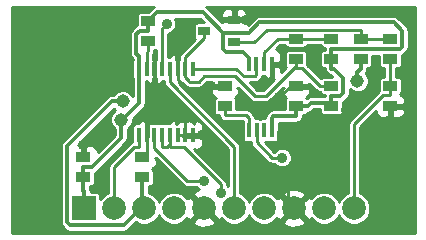
<source format=gtl>
%FSLAX34Y34*%
G04 Gerber Fmt 3.4, Leading zero omitted, Abs format*
G04 (created by PCBNEW (2014-02-02 BZR 4653)-product) date 2014-02-04 11:29:01 PM*
%MOIN*%
G01*
G70*
G90*
G04 APERTURE LIST*
%ADD10C,0.005906*%
%ADD11R,0.011800X0.051200*%
%ADD12R,0.015000X0.050000*%
%ADD13R,0.039400X0.027600*%
%ADD14R,0.045000X0.032000*%
%ADD15R,0.078700X0.078700*%
%ADD16C,0.078700*%
%ADD17C,0.045000*%
%ADD18C,0.035000*%
%ADD19C,0.014000*%
%ADD20C,0.010000*%
G04 APERTURE END LIST*
G54D10*
G54D11*
X47423Y-31419D03*
X47173Y-31419D03*
X46913Y-31419D03*
X46663Y-31419D03*
X46663Y-33619D03*
X46918Y-33619D03*
X47173Y-33619D03*
X47428Y-33619D03*
G54D12*
X43001Y-33779D03*
X43257Y-33779D03*
X43513Y-33779D03*
X43769Y-33779D03*
X44025Y-33779D03*
X44281Y-33779D03*
X44537Y-33779D03*
X44793Y-33779D03*
X44793Y-31575D03*
X44537Y-31575D03*
X44281Y-31575D03*
X44025Y-31575D03*
X43769Y-31575D03*
X43513Y-31575D03*
X43257Y-31575D03*
X43001Y-31575D03*
G54D13*
X45169Y-30314D03*
X46169Y-29939D03*
X46169Y-30689D03*
G54D14*
X50393Y-30570D03*
X50393Y-31240D03*
X48228Y-31240D03*
X48228Y-30570D03*
X49409Y-31240D03*
X49409Y-30570D03*
X45866Y-32815D03*
X45866Y-32145D03*
X48228Y-32815D03*
X48228Y-32145D03*
X51377Y-32145D03*
X51377Y-32815D03*
X51377Y-30570D03*
X51377Y-31240D03*
X49409Y-32145D03*
X49409Y-32815D03*
X43307Y-29979D03*
X43307Y-30649D03*
G54D15*
X41169Y-36220D03*
G54D16*
X42169Y-36220D03*
X43169Y-36220D03*
X44169Y-36220D03*
X45169Y-36220D03*
X46169Y-36220D03*
X47169Y-36220D03*
X48169Y-36220D03*
X49169Y-36220D03*
X50169Y-36220D03*
G54D14*
X41141Y-35177D03*
X41141Y-34507D03*
X43110Y-34507D03*
X43110Y-35177D03*
G54D17*
X42407Y-33263D03*
X50272Y-31975D03*
X42457Y-32657D03*
G54D18*
X39429Y-35452D03*
X47141Y-32086D03*
X47972Y-33759D03*
X49909Y-32952D03*
X47677Y-32519D03*
X47972Y-34980D03*
X44311Y-32874D03*
X45405Y-32145D03*
X51377Y-33275D03*
X41137Y-34102D03*
X45098Y-33791D03*
X46562Y-29937D03*
X43915Y-30071D03*
X47764Y-34528D03*
X45172Y-35312D03*
X45721Y-35694D03*
G54D19*
X46464Y-31023D02*
X45905Y-31023D01*
X45905Y-31023D02*
X45802Y-30920D01*
X45802Y-30920D02*
X45802Y-30368D01*
X46663Y-31419D02*
X46663Y-31222D01*
X46663Y-31222D02*
X46464Y-31023D01*
X47428Y-33619D02*
X47428Y-33193D01*
X47476Y-33145D02*
X47428Y-33193D01*
X48228Y-33145D02*
X47476Y-33145D01*
X48228Y-32815D02*
X48228Y-33145D01*
X49491Y-31570D02*
X49409Y-31570D01*
X49805Y-31884D02*
X49491Y-31570D01*
X49805Y-32377D02*
X49805Y-31884D01*
X49698Y-32485D02*
X49805Y-32377D01*
X49409Y-32485D02*
X49698Y-32485D01*
X49409Y-32815D02*
X49409Y-32693D01*
X49409Y-32693D02*
X49409Y-32485D01*
X48744Y-32693D02*
X48623Y-32815D01*
X49409Y-32693D02*
X48744Y-32693D01*
X48228Y-32815D02*
X48623Y-32815D01*
X41169Y-36220D02*
X41169Y-35656D01*
X41141Y-35629D02*
X41141Y-35177D01*
X41169Y-35656D02*
X41141Y-35629D01*
X41141Y-35177D02*
X41141Y-34847D01*
X42407Y-33870D02*
X42407Y-33263D01*
X41430Y-34847D02*
X42407Y-33870D01*
X41141Y-34847D02*
X41430Y-34847D01*
X43001Y-32708D02*
X43001Y-31575D01*
X42445Y-33263D02*
X43001Y-32708D01*
X42407Y-33263D02*
X42445Y-33263D01*
X42911Y-31065D02*
X43001Y-31155D01*
X42911Y-30416D02*
X42911Y-31065D01*
X43018Y-30310D02*
X42911Y-30416D01*
X43307Y-30310D02*
X43018Y-30310D01*
X43307Y-29979D02*
X43307Y-30310D01*
X43001Y-31575D02*
X43001Y-31155D01*
X49409Y-31240D02*
X49409Y-31570D01*
X49409Y-31240D02*
X49409Y-30910D01*
X51689Y-30910D02*
X49409Y-30910D01*
X51773Y-30827D02*
X51689Y-30910D01*
X51773Y-30312D02*
X51773Y-30827D01*
X51482Y-30022D02*
X51773Y-30312D01*
X47007Y-30022D02*
X51482Y-30022D01*
X46660Y-30368D02*
X47007Y-30022D01*
X45802Y-30368D02*
X46660Y-30368D01*
X43594Y-29692D02*
X43307Y-29979D01*
X45125Y-29692D02*
X43594Y-29692D01*
X45802Y-30368D02*
X45125Y-29692D01*
X50272Y-31691D02*
X50272Y-31975D01*
X50393Y-31570D02*
X50272Y-31691D01*
X50393Y-31240D02*
X50393Y-31570D01*
X42089Y-32657D02*
X42457Y-32657D01*
X40604Y-34142D02*
X42089Y-32657D01*
X40604Y-36691D02*
X40604Y-34142D01*
X40697Y-36784D02*
X40604Y-36691D01*
X42487Y-36784D02*
X40697Y-36784D01*
X43110Y-36161D02*
X42487Y-36784D01*
X43169Y-36220D02*
X43110Y-36161D01*
X43110Y-36161D02*
X43110Y-35177D01*
G54D20*
X42832Y-34179D02*
X43001Y-34179D01*
X42169Y-34842D02*
X42832Y-34179D01*
X42169Y-36220D02*
X42169Y-34842D01*
X43001Y-33779D02*
X43001Y-34179D01*
X51377Y-31240D02*
X51377Y-32145D01*
X51140Y-32455D02*
X51377Y-32455D01*
X50169Y-33426D02*
X51140Y-32455D01*
X50169Y-36220D02*
X50169Y-33426D01*
X51377Y-32145D02*
X51377Y-32455D01*
X43513Y-32076D02*
X44311Y-32874D01*
X43513Y-31575D02*
X43513Y-32076D01*
X43257Y-33429D02*
X43257Y-33779D01*
X43307Y-33379D02*
X43257Y-33429D01*
X43805Y-33379D02*
X43307Y-33379D01*
X44311Y-32874D02*
X43805Y-33379D01*
X49909Y-32952D02*
X49862Y-32952D01*
X48228Y-32145D02*
X48051Y-32145D01*
X48051Y-32145D02*
X47677Y-32519D01*
X47972Y-36023D02*
X48169Y-36220D01*
X47972Y-34980D02*
X47972Y-36023D01*
X45067Y-32204D02*
X45126Y-32145D01*
X44561Y-32204D02*
X45067Y-32204D01*
X44281Y-31925D02*
X44561Y-32204D01*
X44281Y-31575D02*
X44281Y-31925D01*
X45126Y-32145D02*
X45405Y-32145D01*
X44537Y-33100D02*
X44537Y-33779D01*
X44311Y-32874D02*
X44537Y-33100D01*
X47423Y-31804D02*
X47141Y-32086D01*
X47423Y-31419D02*
X47423Y-31804D01*
X45405Y-32145D02*
X45405Y-32145D01*
X45866Y-32145D02*
X45405Y-32145D01*
X51377Y-32815D02*
X51377Y-33275D01*
X41137Y-34243D02*
X41137Y-34102D01*
X41141Y-34247D02*
X41137Y-34243D01*
X41141Y-34507D02*
X41141Y-34247D01*
X43257Y-34360D02*
X43110Y-34507D01*
X43257Y-33779D02*
X43257Y-34360D01*
X45086Y-33779D02*
X45098Y-33791D01*
X44793Y-33779D02*
X45086Y-33779D01*
X46559Y-29939D02*
X46562Y-29937D01*
X46169Y-29939D02*
X46559Y-29939D01*
X44281Y-33779D02*
X44281Y-33779D01*
X44281Y-33779D02*
X44537Y-33779D01*
X44537Y-33779D02*
X44793Y-33779D01*
X44537Y-31225D02*
X44537Y-31575D01*
X44537Y-31184D02*
X44537Y-31225D01*
X45169Y-30552D02*
X44537Y-31184D01*
X45169Y-30314D02*
X45169Y-30552D01*
X44537Y-31858D02*
X44537Y-31575D01*
X44669Y-31990D02*
X44537Y-31858D01*
X44669Y-32004D02*
X44669Y-31990D01*
X46852Y-32476D02*
X46196Y-31820D01*
X47227Y-32476D02*
X46852Y-32476D01*
X46196Y-31820D02*
X45168Y-31820D01*
X48228Y-31475D02*
X47227Y-32476D01*
X45168Y-31820D02*
X44984Y-32004D01*
X44984Y-32004D02*
X44669Y-32004D01*
X48439Y-31550D02*
X48228Y-31550D01*
X49034Y-32145D02*
X48439Y-31550D01*
X49409Y-32145D02*
X49034Y-32145D01*
X48228Y-31240D02*
X48228Y-31395D01*
X48228Y-31475D02*
X48228Y-31550D01*
X48228Y-31395D02*
X48228Y-31475D01*
X46575Y-33125D02*
X46663Y-33213D01*
X45866Y-33125D02*
X46575Y-33125D01*
X45866Y-32815D02*
X45866Y-33125D01*
X46663Y-33619D02*
X46663Y-33213D01*
X49409Y-30570D02*
X48228Y-30570D01*
X47616Y-30570D02*
X47173Y-31013D01*
X48228Y-30570D02*
X47616Y-30570D01*
X47173Y-31419D02*
X47173Y-31013D01*
X43769Y-30216D02*
X43769Y-31575D01*
X43915Y-30071D02*
X43769Y-30216D01*
X43257Y-31009D02*
X43257Y-31575D01*
X43307Y-30960D02*
X43257Y-31009D01*
X43307Y-30649D02*
X43307Y-30960D01*
X47421Y-34528D02*
X46918Y-34025D01*
X47764Y-34528D02*
X47421Y-34528D01*
X46918Y-33619D02*
X46918Y-34025D01*
X44793Y-31575D02*
X46233Y-31575D01*
X46233Y-31575D02*
X46484Y-31825D01*
X46913Y-31775D02*
X46913Y-31419D01*
X46484Y-31825D02*
X46863Y-31825D01*
X46863Y-31825D02*
X46913Y-31775D01*
X43513Y-34215D02*
X43513Y-33779D01*
X44610Y-35312D02*
X43513Y-34215D01*
X45172Y-35312D02*
X44610Y-35312D01*
X51377Y-30570D02*
X50393Y-30570D01*
X46835Y-30689D02*
X46169Y-30689D01*
X47264Y-30260D02*
X46835Y-30689D01*
X50393Y-30260D02*
X47264Y-30260D01*
X50393Y-30570D02*
X50393Y-30260D01*
X44025Y-33779D02*
X44025Y-33979D01*
X43769Y-33779D02*
X43769Y-34179D01*
X44025Y-34079D02*
X44025Y-34179D01*
X44025Y-33979D02*
X44025Y-34079D01*
X43925Y-34179D02*
X43769Y-34179D01*
X44025Y-34079D02*
X43925Y-34179D01*
X44499Y-34179D02*
X44025Y-34179D01*
X45721Y-35401D02*
X44499Y-34179D01*
X45721Y-35694D02*
X45721Y-35401D01*
X44025Y-32019D02*
X44025Y-31575D01*
X46169Y-34163D02*
X44025Y-32019D01*
X46169Y-36220D02*
X46169Y-34163D01*
G54D10*
G36*
X42209Y-32939D02*
X42195Y-32945D01*
X42089Y-33051D01*
X42032Y-33188D01*
X42032Y-33338D01*
X42089Y-33475D01*
X42187Y-33574D01*
X42187Y-33779D01*
X41616Y-34350D01*
X41616Y-34297D01*
X41578Y-34205D01*
X41508Y-34135D01*
X41416Y-34097D01*
X41317Y-34097D01*
X41254Y-34097D01*
X41191Y-34160D01*
X41191Y-34457D01*
X41199Y-34457D01*
X41199Y-34557D01*
X41191Y-34557D01*
X41191Y-34565D01*
X41091Y-34565D01*
X41091Y-34557D01*
X41083Y-34557D01*
X41083Y-34457D01*
X41091Y-34457D01*
X41091Y-34160D01*
X41029Y-34097D01*
X40966Y-34097D01*
X40960Y-34097D01*
X42163Y-32894D01*
X42209Y-32939D01*
X42209Y-32939D01*
G37*
G54D20*
X42209Y-32939D02*
X42195Y-32945D01*
X42089Y-33051D01*
X42032Y-33188D01*
X42032Y-33338D01*
X42089Y-33475D01*
X42187Y-33574D01*
X42187Y-33779D01*
X41616Y-34350D01*
X41616Y-34297D01*
X41578Y-34205D01*
X41508Y-34135D01*
X41416Y-34097D01*
X41317Y-34097D01*
X41254Y-34097D01*
X41191Y-34160D01*
X41191Y-34457D01*
X41199Y-34457D01*
X41199Y-34557D01*
X41191Y-34557D01*
X41191Y-34565D01*
X41091Y-34565D01*
X41091Y-34557D01*
X41083Y-34557D01*
X41083Y-34457D01*
X41091Y-34457D01*
X41091Y-34160D01*
X41029Y-34097D01*
X40966Y-34097D01*
X40960Y-34097D01*
X42163Y-32894D01*
X42209Y-32939D01*
G54D10*
G36*
X43168Y-34557D02*
X43160Y-34557D01*
X43160Y-34565D01*
X43060Y-34565D01*
X43060Y-34557D01*
X43052Y-34557D01*
X43052Y-34457D01*
X43060Y-34457D01*
X43060Y-34449D01*
X43160Y-34449D01*
X43160Y-34457D01*
X43168Y-34457D01*
X43168Y-34557D01*
X43168Y-34557D01*
G37*
G54D20*
X43168Y-34557D02*
X43160Y-34557D01*
X43160Y-34565D01*
X43060Y-34565D01*
X43060Y-34557D01*
X43052Y-34557D01*
X43052Y-34457D01*
X43060Y-34457D01*
X43060Y-34449D01*
X43160Y-34449D01*
X43160Y-34457D01*
X43168Y-34457D01*
X43168Y-34557D01*
G54D10*
G36*
X45149Y-30026D02*
X44942Y-30026D01*
X44887Y-30049D01*
X44845Y-30091D01*
X44822Y-30147D01*
X44822Y-30206D01*
X44822Y-30482D01*
X44845Y-30537D01*
X44873Y-30566D01*
X44396Y-31043D01*
X44361Y-31095D01*
X44319Y-31137D01*
X44319Y-31279D01*
X44312Y-31295D01*
X44312Y-31355D01*
X44312Y-31633D01*
X44250Y-31633D01*
X44250Y-31295D01*
X44244Y-31279D01*
X44244Y-31137D01*
X44181Y-31075D01*
X44156Y-31075D01*
X44065Y-31113D01*
X44003Y-31175D01*
X43969Y-31175D01*
X43969Y-30396D01*
X43979Y-30396D01*
X44099Y-30346D01*
X44190Y-30255D01*
X44240Y-30136D01*
X44240Y-30006D01*
X44201Y-29912D01*
X45034Y-29912D01*
X45149Y-30026D01*
X45149Y-30026D01*
G37*
G54D20*
X45149Y-30026D02*
X44942Y-30026D01*
X44887Y-30049D01*
X44845Y-30091D01*
X44822Y-30147D01*
X44822Y-30206D01*
X44822Y-30482D01*
X44845Y-30537D01*
X44873Y-30566D01*
X44396Y-31043D01*
X44361Y-31095D01*
X44319Y-31137D01*
X44319Y-31279D01*
X44312Y-31295D01*
X44312Y-31355D01*
X44312Y-31633D01*
X44250Y-31633D01*
X44250Y-31295D01*
X44244Y-31279D01*
X44244Y-31137D01*
X44181Y-31075D01*
X44156Y-31075D01*
X44065Y-31113D01*
X44003Y-31175D01*
X43969Y-31175D01*
X43969Y-30396D01*
X43979Y-30396D01*
X44099Y-30346D01*
X44190Y-30255D01*
X44240Y-30136D01*
X44240Y-30006D01*
X44201Y-29912D01*
X45034Y-29912D01*
X45149Y-30026D01*
G54D10*
G36*
X45969Y-35482D02*
X45921Y-35434D01*
X45921Y-35401D01*
X45906Y-35325D01*
X45863Y-35260D01*
X44843Y-34240D01*
X44843Y-34229D01*
X44893Y-34279D01*
X44918Y-34279D01*
X45010Y-34241D01*
X45080Y-34170D01*
X45118Y-34078D01*
X45118Y-33979D01*
X45118Y-33891D01*
X45056Y-33829D01*
X44831Y-33829D01*
X44831Y-33837D01*
X44808Y-33837D01*
X44800Y-33829D01*
X44756Y-33829D01*
X44575Y-33829D01*
X44544Y-33829D01*
X44531Y-33829D01*
X44500Y-33829D01*
X44479Y-33829D01*
X44479Y-33729D01*
X44500Y-33729D01*
X44531Y-33729D01*
X44544Y-33729D01*
X44575Y-33729D01*
X44756Y-33729D01*
X44800Y-33729D01*
X44831Y-33698D01*
X44831Y-33729D01*
X45056Y-33729D01*
X45118Y-33666D01*
X45118Y-33578D01*
X45118Y-33479D01*
X45080Y-33387D01*
X45010Y-33317D01*
X44918Y-33279D01*
X44893Y-33279D01*
X44831Y-33341D01*
X44831Y-33403D01*
X44824Y-33387D01*
X44754Y-33317D01*
X44715Y-33301D01*
X44693Y-33279D01*
X44668Y-33279D01*
X44665Y-33280D01*
X44662Y-33279D01*
X44637Y-33279D01*
X44615Y-33301D01*
X44577Y-33317D01*
X44537Y-33356D01*
X44498Y-33317D01*
X44459Y-33301D01*
X44437Y-33279D01*
X44412Y-33279D01*
X44409Y-33280D01*
X44406Y-33279D01*
X44381Y-33279D01*
X44359Y-33301D01*
X44321Y-33317D01*
X44250Y-33387D01*
X44244Y-33403D01*
X44244Y-33341D01*
X44181Y-33279D01*
X44156Y-33279D01*
X44065Y-33317D01*
X44003Y-33379D01*
X43920Y-33379D01*
X43897Y-33388D01*
X43874Y-33379D01*
X43814Y-33379D01*
X43664Y-33379D01*
X43641Y-33388D01*
X43618Y-33379D01*
X43558Y-33379D01*
X43536Y-33379D01*
X43474Y-33317D01*
X43382Y-33279D01*
X43357Y-33279D01*
X43295Y-33341D01*
X43295Y-33483D01*
X43288Y-33499D01*
X43288Y-33559D01*
X43288Y-33837D01*
X43226Y-33837D01*
X43226Y-33499D01*
X43220Y-33483D01*
X43220Y-33341D01*
X43157Y-33279D01*
X43132Y-33279D01*
X43041Y-33317D01*
X42979Y-33379D01*
X42896Y-33379D01*
X42841Y-33402D01*
X42799Y-33444D01*
X42776Y-33499D01*
X42776Y-33559D01*
X42776Y-33990D01*
X42756Y-33994D01*
X42691Y-34037D01*
X42027Y-34701D01*
X41984Y-34766D01*
X41969Y-34842D01*
X41969Y-35715D01*
X41861Y-35759D01*
X41712Y-35908D01*
X41712Y-35797D01*
X41689Y-35742D01*
X41647Y-35699D01*
X41592Y-35676D01*
X41532Y-35676D01*
X41389Y-35676D01*
X41389Y-35656D01*
X41372Y-35572D01*
X41372Y-35572D01*
X41361Y-35556D01*
X41361Y-35556D01*
X41361Y-35487D01*
X41396Y-35487D01*
X41451Y-35464D01*
X41493Y-35422D01*
X41516Y-35367D01*
X41516Y-35307D01*
X41516Y-35049D01*
X41516Y-35049D01*
X41586Y-35002D01*
X42563Y-34026D01*
X42563Y-34026D01*
X42610Y-33954D01*
X42610Y-33954D01*
X42627Y-33870D01*
X42627Y-33573D01*
X42725Y-33476D01*
X42782Y-33338D01*
X42782Y-33238D01*
X43157Y-32863D01*
X43157Y-32863D01*
X43204Y-32792D01*
X43221Y-32708D01*
X43221Y-32708D01*
X43221Y-31975D01*
X43235Y-31975D01*
X43297Y-32037D01*
X43388Y-32075D01*
X43413Y-32075D01*
X43476Y-32012D01*
X43476Y-31870D01*
X43482Y-31855D01*
X43482Y-31795D01*
X43482Y-31295D01*
X43476Y-31279D01*
X43476Y-31137D01*
X43457Y-31119D01*
X43457Y-31087D01*
X43457Y-31087D01*
X43491Y-31036D01*
X43491Y-31036D01*
X43494Y-31023D01*
X43507Y-30960D01*
X43507Y-30960D01*
X43507Y-30959D01*
X43561Y-30959D01*
X43569Y-30956D01*
X43569Y-31119D01*
X43551Y-31137D01*
X43551Y-31279D01*
X43544Y-31295D01*
X43544Y-31355D01*
X43544Y-31855D01*
X43551Y-31870D01*
X43551Y-32012D01*
X43613Y-32075D01*
X43638Y-32075D01*
X43730Y-32037D01*
X43792Y-31975D01*
X43825Y-31975D01*
X43825Y-32019D01*
X43840Y-32096D01*
X43884Y-32161D01*
X45969Y-34246D01*
X45969Y-35482D01*
X45969Y-35482D01*
G37*
G54D20*
X45969Y-35482D02*
X45921Y-35434D01*
X45921Y-35401D01*
X45906Y-35325D01*
X45863Y-35260D01*
X44843Y-34240D01*
X44843Y-34229D01*
X44893Y-34279D01*
X44918Y-34279D01*
X45010Y-34241D01*
X45080Y-34170D01*
X45118Y-34078D01*
X45118Y-33979D01*
X45118Y-33891D01*
X45056Y-33829D01*
X44831Y-33829D01*
X44831Y-33837D01*
X44808Y-33837D01*
X44800Y-33829D01*
X44756Y-33829D01*
X44575Y-33829D01*
X44544Y-33829D01*
X44531Y-33829D01*
X44500Y-33829D01*
X44479Y-33829D01*
X44479Y-33729D01*
X44500Y-33729D01*
X44531Y-33729D01*
X44544Y-33729D01*
X44575Y-33729D01*
X44756Y-33729D01*
X44800Y-33729D01*
X44831Y-33698D01*
X44831Y-33729D01*
X45056Y-33729D01*
X45118Y-33666D01*
X45118Y-33578D01*
X45118Y-33479D01*
X45080Y-33387D01*
X45010Y-33317D01*
X44918Y-33279D01*
X44893Y-33279D01*
X44831Y-33341D01*
X44831Y-33403D01*
X44824Y-33387D01*
X44754Y-33317D01*
X44715Y-33301D01*
X44693Y-33279D01*
X44668Y-33279D01*
X44665Y-33280D01*
X44662Y-33279D01*
X44637Y-33279D01*
X44615Y-33301D01*
X44577Y-33317D01*
X44537Y-33356D01*
X44498Y-33317D01*
X44459Y-33301D01*
X44437Y-33279D01*
X44412Y-33279D01*
X44409Y-33280D01*
X44406Y-33279D01*
X44381Y-33279D01*
X44359Y-33301D01*
X44321Y-33317D01*
X44250Y-33387D01*
X44244Y-33403D01*
X44244Y-33341D01*
X44181Y-33279D01*
X44156Y-33279D01*
X44065Y-33317D01*
X44003Y-33379D01*
X43920Y-33379D01*
X43897Y-33388D01*
X43874Y-33379D01*
X43814Y-33379D01*
X43664Y-33379D01*
X43641Y-33388D01*
X43618Y-33379D01*
X43558Y-33379D01*
X43536Y-33379D01*
X43474Y-33317D01*
X43382Y-33279D01*
X43357Y-33279D01*
X43295Y-33341D01*
X43295Y-33483D01*
X43288Y-33499D01*
X43288Y-33559D01*
X43288Y-33837D01*
X43226Y-33837D01*
X43226Y-33499D01*
X43220Y-33483D01*
X43220Y-33341D01*
X43157Y-33279D01*
X43132Y-33279D01*
X43041Y-33317D01*
X42979Y-33379D01*
X42896Y-33379D01*
X42841Y-33402D01*
X42799Y-33444D01*
X42776Y-33499D01*
X42776Y-33559D01*
X42776Y-33990D01*
X42756Y-33994D01*
X42691Y-34037D01*
X42027Y-34701D01*
X41984Y-34766D01*
X41969Y-34842D01*
X41969Y-35715D01*
X41861Y-35759D01*
X41712Y-35908D01*
X41712Y-35797D01*
X41689Y-35742D01*
X41647Y-35699D01*
X41592Y-35676D01*
X41532Y-35676D01*
X41389Y-35676D01*
X41389Y-35656D01*
X41372Y-35572D01*
X41372Y-35572D01*
X41361Y-35556D01*
X41361Y-35556D01*
X41361Y-35487D01*
X41396Y-35487D01*
X41451Y-35464D01*
X41493Y-35422D01*
X41516Y-35367D01*
X41516Y-35307D01*
X41516Y-35049D01*
X41516Y-35049D01*
X41586Y-35002D01*
X42563Y-34026D01*
X42563Y-34026D01*
X42610Y-33954D01*
X42610Y-33954D01*
X42627Y-33870D01*
X42627Y-33573D01*
X42725Y-33476D01*
X42782Y-33338D01*
X42782Y-33238D01*
X43157Y-32863D01*
X43157Y-32863D01*
X43204Y-32792D01*
X43221Y-32708D01*
X43221Y-32708D01*
X43221Y-31975D01*
X43235Y-31975D01*
X43297Y-32037D01*
X43388Y-32075D01*
X43413Y-32075D01*
X43476Y-32012D01*
X43476Y-31870D01*
X43482Y-31855D01*
X43482Y-31795D01*
X43482Y-31295D01*
X43476Y-31279D01*
X43476Y-31137D01*
X43457Y-31119D01*
X43457Y-31087D01*
X43457Y-31087D01*
X43491Y-31036D01*
X43491Y-31036D01*
X43494Y-31023D01*
X43507Y-30960D01*
X43507Y-30960D01*
X43507Y-30959D01*
X43561Y-30959D01*
X43569Y-30956D01*
X43569Y-31119D01*
X43551Y-31137D01*
X43551Y-31279D01*
X43544Y-31295D01*
X43544Y-31355D01*
X43544Y-31855D01*
X43551Y-31870D01*
X43551Y-32012D01*
X43613Y-32075D01*
X43638Y-32075D01*
X43730Y-32037D01*
X43792Y-31975D01*
X43825Y-31975D01*
X43825Y-32019D01*
X43840Y-32096D01*
X43884Y-32161D01*
X45969Y-34246D01*
X45969Y-35482D01*
G54D10*
G36*
X47909Y-32537D02*
X47876Y-32570D01*
X47853Y-32625D01*
X47853Y-32685D01*
X47853Y-32925D01*
X47476Y-32925D01*
X47392Y-32942D01*
X47320Y-32989D01*
X47272Y-33038D01*
X47225Y-33109D01*
X47208Y-33193D01*
X47208Y-33213D01*
X47202Y-33213D01*
X47084Y-33213D01*
X47045Y-33229D01*
X47007Y-33213D01*
X46947Y-33213D01*
X46863Y-33213D01*
X46863Y-33213D01*
X46850Y-33149D01*
X46848Y-33137D01*
X46848Y-33137D01*
X46804Y-33072D01*
X46804Y-33072D01*
X46716Y-32984D01*
X46651Y-32940D01*
X46575Y-32925D01*
X46241Y-32925D01*
X46241Y-32625D01*
X46218Y-32570D01*
X46184Y-32537D01*
X46232Y-32517D01*
X46303Y-32446D01*
X46341Y-32355D01*
X46341Y-32257D01*
X46278Y-32195D01*
X46288Y-32195D01*
X46710Y-32617D01*
X46775Y-32661D01*
X46852Y-32676D01*
X47227Y-32676D01*
X47304Y-32661D01*
X47368Y-32617D01*
X47791Y-32195D01*
X47815Y-32195D01*
X47753Y-32257D01*
X47753Y-32355D01*
X47791Y-32446D01*
X47861Y-32517D01*
X47909Y-32537D01*
X47909Y-32537D01*
G37*
G54D20*
X47909Y-32537D02*
X47876Y-32570D01*
X47853Y-32625D01*
X47853Y-32685D01*
X47853Y-32925D01*
X47476Y-32925D01*
X47392Y-32942D01*
X47320Y-32989D01*
X47272Y-33038D01*
X47225Y-33109D01*
X47208Y-33193D01*
X47208Y-33213D01*
X47202Y-33213D01*
X47084Y-33213D01*
X47045Y-33229D01*
X47007Y-33213D01*
X46947Y-33213D01*
X46863Y-33213D01*
X46863Y-33213D01*
X46850Y-33149D01*
X46848Y-33137D01*
X46848Y-33137D01*
X46804Y-33072D01*
X46804Y-33072D01*
X46716Y-32984D01*
X46651Y-32940D01*
X46575Y-32925D01*
X46241Y-32925D01*
X46241Y-32625D01*
X46218Y-32570D01*
X46184Y-32537D01*
X46232Y-32517D01*
X46303Y-32446D01*
X46341Y-32355D01*
X46341Y-32257D01*
X46278Y-32195D01*
X46288Y-32195D01*
X46710Y-32617D01*
X46775Y-32661D01*
X46852Y-32676D01*
X47227Y-32676D01*
X47304Y-32661D01*
X47368Y-32617D01*
X47791Y-32195D01*
X47815Y-32195D01*
X47753Y-32257D01*
X47753Y-32355D01*
X47791Y-32446D01*
X47861Y-32517D01*
X47909Y-32537D01*
G54D10*
G36*
X49195Y-32455D02*
X49191Y-32473D01*
X48744Y-32473D01*
X48660Y-32490D01*
X48589Y-32538D01*
X48568Y-32558D01*
X48547Y-32537D01*
X48594Y-32517D01*
X48665Y-32446D01*
X48703Y-32355D01*
X48703Y-32257D01*
X48640Y-32195D01*
X48278Y-32195D01*
X48278Y-32203D01*
X48178Y-32203D01*
X48178Y-32195D01*
X48170Y-32195D01*
X48170Y-32095D01*
X48178Y-32095D01*
X48178Y-32087D01*
X48278Y-32087D01*
X48278Y-32095D01*
X48640Y-32095D01*
X48671Y-32064D01*
X48892Y-32286D01*
X48957Y-32330D01*
X49034Y-32345D01*
X49038Y-32345D01*
X49057Y-32390D01*
X49099Y-32432D01*
X49154Y-32455D01*
X49195Y-32455D01*
X49195Y-32455D01*
G37*
G54D20*
X49195Y-32455D02*
X49191Y-32473D01*
X48744Y-32473D01*
X48660Y-32490D01*
X48589Y-32538D01*
X48568Y-32558D01*
X48547Y-32537D01*
X48594Y-32517D01*
X48665Y-32446D01*
X48703Y-32355D01*
X48703Y-32257D01*
X48640Y-32195D01*
X48278Y-32195D01*
X48278Y-32203D01*
X48178Y-32203D01*
X48178Y-32195D01*
X48170Y-32195D01*
X48170Y-32095D01*
X48178Y-32095D01*
X48178Y-32087D01*
X48278Y-32087D01*
X48278Y-32095D01*
X48640Y-32095D01*
X48671Y-32064D01*
X48892Y-32286D01*
X48957Y-32330D01*
X49034Y-32345D01*
X49038Y-32345D01*
X49057Y-32390D01*
X49099Y-32432D01*
X49154Y-32455D01*
X49195Y-32455D01*
G54D10*
G36*
X49445Y-31835D02*
X49154Y-31835D01*
X49099Y-31858D01*
X49064Y-31892D01*
X48603Y-31431D01*
X48603Y-31430D01*
X48603Y-31370D01*
X48603Y-31050D01*
X48580Y-30995D01*
X48538Y-30953D01*
X48483Y-30930D01*
X48423Y-30930D01*
X47973Y-30930D01*
X47918Y-30953D01*
X47876Y-30995D01*
X47853Y-31050D01*
X47853Y-31110D01*
X47853Y-31430D01*
X47876Y-31485D01*
X47905Y-31515D01*
X47732Y-31688D01*
X47732Y-31625D01*
X47732Y-31532D01*
X47669Y-31469D01*
X47452Y-31469D01*
X47452Y-31863D01*
X47505Y-31915D01*
X47144Y-32276D01*
X46935Y-32276D01*
X46684Y-32025D01*
X46863Y-32025D01*
X46939Y-32010D01*
X47004Y-31967D01*
X47054Y-31917D01*
X47098Y-31852D01*
X47103Y-31825D01*
X47144Y-31825D01*
X47160Y-31825D01*
X47222Y-31887D01*
X47314Y-31925D01*
X47331Y-31925D01*
X47393Y-31863D01*
X47393Y-31469D01*
X47382Y-31469D01*
X47382Y-31369D01*
X47393Y-31369D01*
X47393Y-31361D01*
X47452Y-31361D01*
X47452Y-31369D01*
X47669Y-31369D01*
X47732Y-31307D01*
X47732Y-31213D01*
X47732Y-31113D01*
X47694Y-31022D01*
X47623Y-30951D01*
X47549Y-30920D01*
X47699Y-30770D01*
X47857Y-30770D01*
X47876Y-30815D01*
X47918Y-30857D01*
X47973Y-30880D01*
X48033Y-30880D01*
X48483Y-30880D01*
X48538Y-30857D01*
X48580Y-30815D01*
X48599Y-30770D01*
X49038Y-30770D01*
X49057Y-30815D01*
X49099Y-30857D01*
X49154Y-30880D01*
X49195Y-30880D01*
X49189Y-30910D01*
X49189Y-30930D01*
X49154Y-30930D01*
X49099Y-30953D01*
X49057Y-30995D01*
X49034Y-31050D01*
X49034Y-31110D01*
X49034Y-31430D01*
X49057Y-31485D01*
X49099Y-31527D01*
X49154Y-31550D01*
X49189Y-31550D01*
X49189Y-31570D01*
X49206Y-31654D01*
X49253Y-31726D01*
X49325Y-31773D01*
X49398Y-31788D01*
X49445Y-31835D01*
X49445Y-31835D01*
G37*
G54D20*
X49445Y-31835D02*
X49154Y-31835D01*
X49099Y-31858D01*
X49064Y-31892D01*
X48603Y-31431D01*
X48603Y-31430D01*
X48603Y-31370D01*
X48603Y-31050D01*
X48580Y-30995D01*
X48538Y-30953D01*
X48483Y-30930D01*
X48423Y-30930D01*
X47973Y-30930D01*
X47918Y-30953D01*
X47876Y-30995D01*
X47853Y-31050D01*
X47853Y-31110D01*
X47853Y-31430D01*
X47876Y-31485D01*
X47905Y-31515D01*
X47732Y-31688D01*
X47732Y-31625D01*
X47732Y-31532D01*
X47669Y-31469D01*
X47452Y-31469D01*
X47452Y-31863D01*
X47505Y-31915D01*
X47144Y-32276D01*
X46935Y-32276D01*
X46684Y-32025D01*
X46863Y-32025D01*
X46939Y-32010D01*
X47004Y-31967D01*
X47054Y-31917D01*
X47098Y-31852D01*
X47103Y-31825D01*
X47144Y-31825D01*
X47160Y-31825D01*
X47222Y-31887D01*
X47314Y-31925D01*
X47331Y-31925D01*
X47393Y-31863D01*
X47393Y-31469D01*
X47382Y-31469D01*
X47382Y-31369D01*
X47393Y-31369D01*
X47393Y-31361D01*
X47452Y-31361D01*
X47452Y-31369D01*
X47669Y-31369D01*
X47732Y-31307D01*
X47732Y-31213D01*
X47732Y-31113D01*
X47694Y-31022D01*
X47623Y-30951D01*
X47549Y-30920D01*
X47699Y-30770D01*
X47857Y-30770D01*
X47876Y-30815D01*
X47918Y-30857D01*
X47973Y-30880D01*
X48033Y-30880D01*
X48483Y-30880D01*
X48538Y-30857D01*
X48580Y-30815D01*
X48599Y-30770D01*
X49038Y-30770D01*
X49057Y-30815D01*
X49099Y-30857D01*
X49154Y-30880D01*
X49195Y-30880D01*
X49189Y-30910D01*
X49189Y-30930D01*
X49154Y-30930D01*
X49099Y-30953D01*
X49057Y-30995D01*
X49034Y-31050D01*
X49034Y-31110D01*
X49034Y-31430D01*
X49057Y-31485D01*
X49099Y-31527D01*
X49154Y-31550D01*
X49189Y-31550D01*
X49189Y-31570D01*
X49206Y-31654D01*
X49253Y-31726D01*
X49325Y-31773D01*
X49398Y-31788D01*
X49445Y-31835D01*
G54D10*
G36*
X52192Y-37035D02*
X51852Y-37035D01*
X51852Y-33025D01*
X51852Y-32927D01*
X51790Y-32865D01*
X51427Y-32865D01*
X51427Y-33162D01*
X51490Y-33225D01*
X51553Y-33225D01*
X51652Y-33225D01*
X51744Y-33187D01*
X51814Y-33116D01*
X51852Y-33025D01*
X51852Y-37035D01*
X48552Y-37035D01*
X48552Y-36674D01*
X48169Y-36291D01*
X47786Y-36674D01*
X47825Y-36779D01*
X48065Y-36868D01*
X48321Y-36858D01*
X48513Y-36779D01*
X48552Y-36674D01*
X48552Y-37035D01*
X45552Y-37035D01*
X45552Y-36674D01*
X45169Y-36291D01*
X44786Y-36674D01*
X44825Y-36779D01*
X45065Y-36868D01*
X45321Y-36858D01*
X45513Y-36779D01*
X45552Y-36674D01*
X45552Y-37035D01*
X38752Y-37035D01*
X38752Y-29500D01*
X43493Y-29500D01*
X43438Y-29536D01*
X43305Y-29669D01*
X43052Y-29669D01*
X42997Y-29692D01*
X42954Y-29734D01*
X42932Y-29790D01*
X42932Y-29849D01*
X42932Y-30108D01*
X42862Y-30154D01*
X42756Y-30260D01*
X42708Y-30332D01*
X42691Y-30416D01*
X42691Y-31065D01*
X42708Y-31149D01*
X42756Y-31220D01*
X42781Y-31246D01*
X42781Y-31283D01*
X42776Y-31295D01*
X42776Y-31355D01*
X42776Y-31855D01*
X42781Y-31867D01*
X42781Y-32460D01*
X42775Y-32445D01*
X42669Y-32339D01*
X42531Y-32282D01*
X42382Y-32282D01*
X42244Y-32339D01*
X42146Y-32437D01*
X42089Y-32437D01*
X42005Y-32453D01*
X41934Y-32501D01*
X40448Y-33987D01*
X40400Y-34058D01*
X40384Y-34142D01*
X40384Y-36691D01*
X40400Y-36775D01*
X40448Y-36846D01*
X40541Y-36939D01*
X40612Y-36987D01*
X40612Y-36987D01*
X40697Y-37004D01*
X42487Y-37004D01*
X42571Y-36987D01*
X42571Y-36987D01*
X42643Y-36939D01*
X42889Y-36692D01*
X43060Y-36763D01*
X43276Y-36764D01*
X43476Y-36681D01*
X43629Y-36528D01*
X43669Y-36433D01*
X43708Y-36527D01*
X43861Y-36680D01*
X44060Y-36763D01*
X44276Y-36764D01*
X44476Y-36681D01*
X44605Y-36552D01*
X44610Y-36564D01*
X44715Y-36603D01*
X45098Y-36220D01*
X44715Y-35837D01*
X44610Y-35876D01*
X44606Y-35888D01*
X44477Y-35759D01*
X44277Y-35677D01*
X44061Y-35676D01*
X43861Y-35759D01*
X43708Y-35912D01*
X43669Y-36007D01*
X43630Y-35913D01*
X43477Y-35759D01*
X43330Y-35698D01*
X43330Y-35487D01*
X43365Y-35487D01*
X43420Y-35464D01*
X43462Y-35422D01*
X43485Y-35367D01*
X43485Y-35307D01*
X43485Y-34987D01*
X43462Y-34932D01*
X43429Y-34899D01*
X43476Y-34879D01*
X43547Y-34809D01*
X43585Y-34717D01*
X43585Y-34620D01*
X43522Y-34557D01*
X43572Y-34557D01*
X44468Y-35453D01*
X44533Y-35496D01*
X44533Y-35496D01*
X44546Y-35499D01*
X44610Y-35512D01*
X44912Y-35512D01*
X44987Y-35587D01*
X44996Y-35590D01*
X44825Y-35661D01*
X44786Y-35766D01*
X45169Y-36149D01*
X45174Y-36144D01*
X45245Y-36214D01*
X45240Y-36220D01*
X45622Y-36603D01*
X45727Y-36564D01*
X45732Y-36552D01*
X45861Y-36680D01*
X46060Y-36763D01*
X46276Y-36764D01*
X46476Y-36681D01*
X46629Y-36528D01*
X46669Y-36433D01*
X46708Y-36527D01*
X46861Y-36680D01*
X47060Y-36763D01*
X47276Y-36764D01*
X47476Y-36681D01*
X47605Y-36552D01*
X47610Y-36564D01*
X47715Y-36603D01*
X48098Y-36220D01*
X47715Y-35837D01*
X47610Y-35876D01*
X47606Y-35888D01*
X47477Y-35759D01*
X47277Y-35677D01*
X47061Y-35676D01*
X46861Y-35759D01*
X46708Y-35912D01*
X46669Y-36007D01*
X46630Y-35913D01*
X46477Y-35759D01*
X46369Y-35715D01*
X46369Y-34163D01*
X46356Y-34099D01*
X46354Y-34086D01*
X46354Y-34086D01*
X46310Y-34021D01*
X46310Y-34021D01*
X44331Y-32042D01*
X44331Y-32025D01*
X44381Y-32075D01*
X44406Y-32075D01*
X44452Y-32056D01*
X44499Y-32103D01*
X44528Y-32146D01*
X44592Y-32189D01*
X44669Y-32204D01*
X44984Y-32204D01*
X45060Y-32189D01*
X45125Y-32146D01*
X45251Y-32020D01*
X45391Y-32020D01*
X45391Y-32032D01*
X45453Y-32095D01*
X45816Y-32095D01*
X45816Y-32087D01*
X45916Y-32087D01*
X45916Y-32095D01*
X45924Y-32095D01*
X45924Y-32195D01*
X45916Y-32195D01*
X45916Y-32203D01*
X45816Y-32203D01*
X45816Y-32195D01*
X45453Y-32195D01*
X45391Y-32257D01*
X45391Y-32355D01*
X45429Y-32446D01*
X45499Y-32517D01*
X45547Y-32537D01*
X45513Y-32570D01*
X45491Y-32625D01*
X45491Y-32685D01*
X45491Y-33005D01*
X45513Y-33060D01*
X45556Y-33102D01*
X45611Y-33125D01*
X45666Y-33125D01*
X45666Y-33125D01*
X45681Y-33201D01*
X45724Y-33266D01*
X45789Y-33310D01*
X45866Y-33325D01*
X46457Y-33325D01*
X46454Y-33333D01*
X46454Y-33393D01*
X46454Y-33905D01*
X46477Y-33960D01*
X46519Y-34002D01*
X46574Y-34025D01*
X46634Y-34025D01*
X46718Y-34025D01*
X46718Y-34025D01*
X46733Y-34102D01*
X46776Y-34167D01*
X47279Y-34670D01*
X47279Y-34670D01*
X47344Y-34713D01*
X47344Y-34713D01*
X47357Y-34716D01*
X47421Y-34728D01*
X47504Y-34728D01*
X47579Y-34804D01*
X47699Y-34853D01*
X47828Y-34853D01*
X47948Y-34804D01*
X48039Y-34713D01*
X48089Y-34593D01*
X48089Y-34464D01*
X48040Y-34344D01*
X47948Y-34253D01*
X47829Y-34203D01*
X47699Y-34203D01*
X47580Y-34253D01*
X47504Y-34328D01*
X47504Y-34328D01*
X47201Y-34025D01*
X47262Y-34025D01*
X47300Y-34009D01*
X47339Y-34025D01*
X47399Y-34025D01*
X47517Y-34025D01*
X47572Y-34002D01*
X47614Y-33960D01*
X47637Y-33905D01*
X47637Y-33845D01*
X47637Y-33674D01*
X47648Y-33619D01*
X47648Y-33365D01*
X48228Y-33365D01*
X48312Y-33348D01*
X48383Y-33300D01*
X48431Y-33229D01*
X48448Y-33145D01*
X48448Y-33125D01*
X48483Y-33125D01*
X48538Y-33102D01*
X48580Y-33060D01*
X48590Y-33035D01*
X48623Y-33035D01*
X48707Y-33018D01*
X48707Y-33018D01*
X48779Y-32970D01*
X48836Y-32913D01*
X49034Y-32913D01*
X49034Y-33005D01*
X49057Y-33060D01*
X49099Y-33102D01*
X49154Y-33125D01*
X49214Y-33125D01*
X49664Y-33125D01*
X49719Y-33102D01*
X49761Y-33060D01*
X49784Y-33005D01*
X49784Y-32945D01*
X49784Y-32687D01*
X49784Y-32687D01*
X49853Y-32640D01*
X49961Y-32533D01*
X49961Y-32533D01*
X49984Y-32497D01*
X50008Y-32462D01*
X50008Y-32462D01*
X50025Y-32377D01*
X50025Y-32377D01*
X50025Y-32258D01*
X50059Y-32292D01*
X50197Y-32350D01*
X50346Y-32350D01*
X50484Y-32293D01*
X50590Y-32187D01*
X50647Y-32050D01*
X50647Y-31900D01*
X50590Y-31763D01*
X50551Y-31723D01*
X50596Y-31654D01*
X50596Y-31654D01*
X50613Y-31570D01*
X50613Y-31570D01*
X50613Y-31550D01*
X50648Y-31550D01*
X50703Y-31527D01*
X50745Y-31485D01*
X50768Y-31430D01*
X50768Y-31370D01*
X50768Y-31130D01*
X51002Y-31130D01*
X51002Y-31430D01*
X51025Y-31485D01*
X51067Y-31527D01*
X51123Y-31550D01*
X51177Y-31550D01*
X51177Y-31835D01*
X51123Y-31835D01*
X51067Y-31858D01*
X51025Y-31900D01*
X51002Y-31955D01*
X51002Y-32015D01*
X51002Y-32311D01*
X50999Y-32314D01*
X50027Y-33285D01*
X49984Y-33350D01*
X49969Y-33426D01*
X49969Y-35715D01*
X49861Y-35759D01*
X49708Y-35912D01*
X49669Y-36007D01*
X49630Y-35913D01*
X49477Y-35759D01*
X49277Y-35677D01*
X49061Y-35676D01*
X48861Y-35759D01*
X48732Y-35888D01*
X48727Y-35876D01*
X48622Y-35837D01*
X48552Y-35908D01*
X48552Y-35766D01*
X48513Y-35661D01*
X48273Y-35572D01*
X48017Y-35582D01*
X47825Y-35661D01*
X47786Y-35766D01*
X48169Y-36149D01*
X48552Y-35766D01*
X48552Y-35908D01*
X48240Y-36220D01*
X48622Y-36603D01*
X48727Y-36564D01*
X48732Y-36552D01*
X48861Y-36680D01*
X49060Y-36763D01*
X49276Y-36764D01*
X49476Y-36681D01*
X49629Y-36528D01*
X49669Y-36433D01*
X49708Y-36527D01*
X49861Y-36680D01*
X50060Y-36763D01*
X50276Y-36764D01*
X50476Y-36681D01*
X50629Y-36528D01*
X50712Y-36329D01*
X50712Y-36112D01*
X50630Y-35913D01*
X50477Y-35759D01*
X50369Y-35715D01*
X50369Y-33509D01*
X50902Y-32975D01*
X50902Y-33025D01*
X50941Y-33116D01*
X51011Y-33187D01*
X51103Y-33225D01*
X51202Y-33225D01*
X51265Y-33225D01*
X51327Y-33162D01*
X51327Y-32865D01*
X51320Y-32865D01*
X51320Y-32765D01*
X51327Y-32765D01*
X51327Y-32757D01*
X51427Y-32757D01*
X51427Y-32765D01*
X51790Y-32765D01*
X51852Y-32702D01*
X51852Y-32605D01*
X51814Y-32513D01*
X51744Y-32443D01*
X51696Y-32423D01*
X51730Y-32390D01*
X51752Y-32335D01*
X51752Y-32275D01*
X51752Y-31955D01*
X51730Y-31900D01*
X51687Y-31858D01*
X51632Y-31835D01*
X51577Y-31835D01*
X51577Y-31550D01*
X51632Y-31550D01*
X51687Y-31527D01*
X51730Y-31485D01*
X51752Y-31430D01*
X51752Y-31370D01*
X51752Y-31117D01*
X51774Y-31113D01*
X51774Y-31113D01*
X51845Y-31065D01*
X51928Y-30982D01*
X51976Y-30911D01*
X51976Y-30911D01*
X51993Y-30827D01*
X51993Y-30827D01*
X51993Y-30312D01*
X51976Y-30228D01*
X51976Y-30228D01*
X51928Y-30157D01*
X51637Y-29866D01*
X51566Y-29818D01*
X51482Y-29802D01*
X47007Y-29802D01*
X46923Y-29818D01*
X46851Y-29866D01*
X46616Y-30102D01*
X46616Y-30052D01*
X46616Y-29827D01*
X46616Y-29752D01*
X46578Y-29660D01*
X46507Y-29590D01*
X46416Y-29551D01*
X46316Y-29551D01*
X46281Y-29551D01*
X46219Y-29614D01*
X46219Y-29889D01*
X46553Y-29889D01*
X46616Y-29827D01*
X46616Y-30052D01*
X46553Y-29989D01*
X46219Y-29989D01*
X46219Y-29997D01*
X46119Y-29997D01*
X46119Y-29989D01*
X46119Y-29889D01*
X46119Y-29614D01*
X46056Y-29551D01*
X46022Y-29551D01*
X45922Y-29551D01*
X45830Y-29590D01*
X45760Y-29660D01*
X45722Y-29752D01*
X45722Y-29827D01*
X45784Y-29889D01*
X46119Y-29889D01*
X46119Y-29989D01*
X45784Y-29989D01*
X45759Y-30015D01*
X45281Y-29536D01*
X45226Y-29500D01*
X52192Y-29500D01*
X52192Y-37035D01*
X52192Y-37035D01*
G37*
G54D20*
X52192Y-37035D02*
X51852Y-37035D01*
X51852Y-33025D01*
X51852Y-32927D01*
X51790Y-32865D01*
X51427Y-32865D01*
X51427Y-33162D01*
X51490Y-33225D01*
X51553Y-33225D01*
X51652Y-33225D01*
X51744Y-33187D01*
X51814Y-33116D01*
X51852Y-33025D01*
X51852Y-37035D01*
X48552Y-37035D01*
X48552Y-36674D01*
X48169Y-36291D01*
X47786Y-36674D01*
X47825Y-36779D01*
X48065Y-36868D01*
X48321Y-36858D01*
X48513Y-36779D01*
X48552Y-36674D01*
X48552Y-37035D01*
X45552Y-37035D01*
X45552Y-36674D01*
X45169Y-36291D01*
X44786Y-36674D01*
X44825Y-36779D01*
X45065Y-36868D01*
X45321Y-36858D01*
X45513Y-36779D01*
X45552Y-36674D01*
X45552Y-37035D01*
X38752Y-37035D01*
X38752Y-29500D01*
X43493Y-29500D01*
X43438Y-29536D01*
X43305Y-29669D01*
X43052Y-29669D01*
X42997Y-29692D01*
X42954Y-29734D01*
X42932Y-29790D01*
X42932Y-29849D01*
X42932Y-30108D01*
X42862Y-30154D01*
X42756Y-30260D01*
X42708Y-30332D01*
X42691Y-30416D01*
X42691Y-31065D01*
X42708Y-31149D01*
X42756Y-31220D01*
X42781Y-31246D01*
X42781Y-31283D01*
X42776Y-31295D01*
X42776Y-31355D01*
X42776Y-31855D01*
X42781Y-31867D01*
X42781Y-32460D01*
X42775Y-32445D01*
X42669Y-32339D01*
X42531Y-32282D01*
X42382Y-32282D01*
X42244Y-32339D01*
X42146Y-32437D01*
X42089Y-32437D01*
X42005Y-32453D01*
X41934Y-32501D01*
X40448Y-33987D01*
X40400Y-34058D01*
X40384Y-34142D01*
X40384Y-36691D01*
X40400Y-36775D01*
X40448Y-36846D01*
X40541Y-36939D01*
X40612Y-36987D01*
X40612Y-36987D01*
X40697Y-37004D01*
X42487Y-37004D01*
X42571Y-36987D01*
X42571Y-36987D01*
X42643Y-36939D01*
X42889Y-36692D01*
X43060Y-36763D01*
X43276Y-36764D01*
X43476Y-36681D01*
X43629Y-36528D01*
X43669Y-36433D01*
X43708Y-36527D01*
X43861Y-36680D01*
X44060Y-36763D01*
X44276Y-36764D01*
X44476Y-36681D01*
X44605Y-36552D01*
X44610Y-36564D01*
X44715Y-36603D01*
X45098Y-36220D01*
X44715Y-35837D01*
X44610Y-35876D01*
X44606Y-35888D01*
X44477Y-35759D01*
X44277Y-35677D01*
X44061Y-35676D01*
X43861Y-35759D01*
X43708Y-35912D01*
X43669Y-36007D01*
X43630Y-35913D01*
X43477Y-35759D01*
X43330Y-35698D01*
X43330Y-35487D01*
X43365Y-35487D01*
X43420Y-35464D01*
X43462Y-35422D01*
X43485Y-35367D01*
X43485Y-35307D01*
X43485Y-34987D01*
X43462Y-34932D01*
X43429Y-34899D01*
X43476Y-34879D01*
X43547Y-34809D01*
X43585Y-34717D01*
X43585Y-34620D01*
X43522Y-34557D01*
X43572Y-34557D01*
X44468Y-35453D01*
X44533Y-35496D01*
X44533Y-35496D01*
X44546Y-35499D01*
X44610Y-35512D01*
X44912Y-35512D01*
X44987Y-35587D01*
X44996Y-35590D01*
X44825Y-35661D01*
X44786Y-35766D01*
X45169Y-36149D01*
X45174Y-36144D01*
X45245Y-36214D01*
X45240Y-36220D01*
X45622Y-36603D01*
X45727Y-36564D01*
X45732Y-36552D01*
X45861Y-36680D01*
X46060Y-36763D01*
X46276Y-36764D01*
X46476Y-36681D01*
X46629Y-36528D01*
X46669Y-36433D01*
X46708Y-36527D01*
X46861Y-36680D01*
X47060Y-36763D01*
X47276Y-36764D01*
X47476Y-36681D01*
X47605Y-36552D01*
X47610Y-36564D01*
X47715Y-36603D01*
X48098Y-36220D01*
X47715Y-35837D01*
X47610Y-35876D01*
X47606Y-35888D01*
X47477Y-35759D01*
X47277Y-35677D01*
X47061Y-35676D01*
X46861Y-35759D01*
X46708Y-35912D01*
X46669Y-36007D01*
X46630Y-35913D01*
X46477Y-35759D01*
X46369Y-35715D01*
X46369Y-34163D01*
X46356Y-34099D01*
X46354Y-34086D01*
X46354Y-34086D01*
X46310Y-34021D01*
X46310Y-34021D01*
X44331Y-32042D01*
X44331Y-32025D01*
X44381Y-32075D01*
X44406Y-32075D01*
X44452Y-32056D01*
X44499Y-32103D01*
X44528Y-32146D01*
X44592Y-32189D01*
X44669Y-32204D01*
X44984Y-32204D01*
X45060Y-32189D01*
X45125Y-32146D01*
X45251Y-32020D01*
X45391Y-32020D01*
X45391Y-32032D01*
X45453Y-32095D01*
X45816Y-32095D01*
X45816Y-32087D01*
X45916Y-32087D01*
X45916Y-32095D01*
X45924Y-32095D01*
X45924Y-32195D01*
X45916Y-32195D01*
X45916Y-32203D01*
X45816Y-32203D01*
X45816Y-32195D01*
X45453Y-32195D01*
X45391Y-32257D01*
X45391Y-32355D01*
X45429Y-32446D01*
X45499Y-32517D01*
X45547Y-32537D01*
X45513Y-32570D01*
X45491Y-32625D01*
X45491Y-32685D01*
X45491Y-33005D01*
X45513Y-33060D01*
X45556Y-33102D01*
X45611Y-33125D01*
X45666Y-33125D01*
X45666Y-33125D01*
X45681Y-33201D01*
X45724Y-33266D01*
X45789Y-33310D01*
X45866Y-33325D01*
X46457Y-33325D01*
X46454Y-33333D01*
X46454Y-33393D01*
X46454Y-33905D01*
X46477Y-33960D01*
X46519Y-34002D01*
X46574Y-34025D01*
X46634Y-34025D01*
X46718Y-34025D01*
X46718Y-34025D01*
X46733Y-34102D01*
X46776Y-34167D01*
X47279Y-34670D01*
X47279Y-34670D01*
X47344Y-34713D01*
X47344Y-34713D01*
X47357Y-34716D01*
X47421Y-34728D01*
X47504Y-34728D01*
X47579Y-34804D01*
X47699Y-34853D01*
X47828Y-34853D01*
X47948Y-34804D01*
X48039Y-34713D01*
X48089Y-34593D01*
X48089Y-34464D01*
X48040Y-34344D01*
X47948Y-34253D01*
X47829Y-34203D01*
X47699Y-34203D01*
X47580Y-34253D01*
X47504Y-34328D01*
X47504Y-34328D01*
X47201Y-34025D01*
X47262Y-34025D01*
X47300Y-34009D01*
X47339Y-34025D01*
X47399Y-34025D01*
X47517Y-34025D01*
X47572Y-34002D01*
X47614Y-33960D01*
X47637Y-33905D01*
X47637Y-33845D01*
X47637Y-33674D01*
X47648Y-33619D01*
X47648Y-33365D01*
X48228Y-33365D01*
X48312Y-33348D01*
X48383Y-33300D01*
X48431Y-33229D01*
X48448Y-33145D01*
X48448Y-33125D01*
X48483Y-33125D01*
X48538Y-33102D01*
X48580Y-33060D01*
X48590Y-33035D01*
X48623Y-33035D01*
X48707Y-33018D01*
X48707Y-33018D01*
X48779Y-32970D01*
X48836Y-32913D01*
X49034Y-32913D01*
X49034Y-33005D01*
X49057Y-33060D01*
X49099Y-33102D01*
X49154Y-33125D01*
X49214Y-33125D01*
X49664Y-33125D01*
X49719Y-33102D01*
X49761Y-33060D01*
X49784Y-33005D01*
X49784Y-32945D01*
X49784Y-32687D01*
X49784Y-32687D01*
X49853Y-32640D01*
X49961Y-32533D01*
X49961Y-32533D01*
X49984Y-32497D01*
X50008Y-32462D01*
X50008Y-32462D01*
X50025Y-32377D01*
X50025Y-32377D01*
X50025Y-32258D01*
X50059Y-32292D01*
X50197Y-32350D01*
X50346Y-32350D01*
X50484Y-32293D01*
X50590Y-32187D01*
X50647Y-32050D01*
X50647Y-31900D01*
X50590Y-31763D01*
X50551Y-31723D01*
X50596Y-31654D01*
X50596Y-31654D01*
X50613Y-31570D01*
X50613Y-31570D01*
X50613Y-31550D01*
X50648Y-31550D01*
X50703Y-31527D01*
X50745Y-31485D01*
X50768Y-31430D01*
X50768Y-31370D01*
X50768Y-31130D01*
X51002Y-31130D01*
X51002Y-31430D01*
X51025Y-31485D01*
X51067Y-31527D01*
X51123Y-31550D01*
X51177Y-31550D01*
X51177Y-31835D01*
X51123Y-31835D01*
X51067Y-31858D01*
X51025Y-31900D01*
X51002Y-31955D01*
X51002Y-32015D01*
X51002Y-32311D01*
X50999Y-32314D01*
X50027Y-33285D01*
X49984Y-33350D01*
X49969Y-33426D01*
X49969Y-35715D01*
X49861Y-35759D01*
X49708Y-35912D01*
X49669Y-36007D01*
X49630Y-35913D01*
X49477Y-35759D01*
X49277Y-35677D01*
X49061Y-35676D01*
X48861Y-35759D01*
X48732Y-35888D01*
X48727Y-35876D01*
X48622Y-35837D01*
X48552Y-35908D01*
X48552Y-35766D01*
X48513Y-35661D01*
X48273Y-35572D01*
X48017Y-35582D01*
X47825Y-35661D01*
X47786Y-35766D01*
X48169Y-36149D01*
X48552Y-35766D01*
X48552Y-35908D01*
X48240Y-36220D01*
X48622Y-36603D01*
X48727Y-36564D01*
X48732Y-36552D01*
X48861Y-36680D01*
X49060Y-36763D01*
X49276Y-36764D01*
X49476Y-36681D01*
X49629Y-36528D01*
X49669Y-36433D01*
X49708Y-36527D01*
X49861Y-36680D01*
X50060Y-36763D01*
X50276Y-36764D01*
X50476Y-36681D01*
X50629Y-36528D01*
X50712Y-36329D01*
X50712Y-36112D01*
X50630Y-35913D01*
X50477Y-35759D01*
X50369Y-35715D01*
X50369Y-33509D01*
X50902Y-32975D01*
X50902Y-33025D01*
X50941Y-33116D01*
X51011Y-33187D01*
X51103Y-33225D01*
X51202Y-33225D01*
X51265Y-33225D01*
X51327Y-33162D01*
X51327Y-32865D01*
X51320Y-32865D01*
X51320Y-32765D01*
X51327Y-32765D01*
X51327Y-32757D01*
X51427Y-32757D01*
X51427Y-32765D01*
X51790Y-32765D01*
X51852Y-32702D01*
X51852Y-32605D01*
X51814Y-32513D01*
X51744Y-32443D01*
X51696Y-32423D01*
X51730Y-32390D01*
X51752Y-32335D01*
X51752Y-32275D01*
X51752Y-31955D01*
X51730Y-31900D01*
X51687Y-31858D01*
X51632Y-31835D01*
X51577Y-31835D01*
X51577Y-31550D01*
X51632Y-31550D01*
X51687Y-31527D01*
X51730Y-31485D01*
X51752Y-31430D01*
X51752Y-31370D01*
X51752Y-31117D01*
X51774Y-31113D01*
X51774Y-31113D01*
X51845Y-31065D01*
X51928Y-30982D01*
X51976Y-30911D01*
X51976Y-30911D01*
X51993Y-30827D01*
X51993Y-30827D01*
X51993Y-30312D01*
X51976Y-30228D01*
X51976Y-30228D01*
X51928Y-30157D01*
X51637Y-29866D01*
X51566Y-29818D01*
X51482Y-29802D01*
X47007Y-29802D01*
X46923Y-29818D01*
X46851Y-29866D01*
X46616Y-30102D01*
X46616Y-30052D01*
X46616Y-29827D01*
X46616Y-29752D01*
X46578Y-29660D01*
X46507Y-29590D01*
X46416Y-29551D01*
X46316Y-29551D01*
X46281Y-29551D01*
X46219Y-29614D01*
X46219Y-29889D01*
X46553Y-29889D01*
X46616Y-29827D01*
X46616Y-30052D01*
X46553Y-29989D01*
X46219Y-29989D01*
X46219Y-29997D01*
X46119Y-29997D01*
X46119Y-29989D01*
X46119Y-29889D01*
X46119Y-29614D01*
X46056Y-29551D01*
X46022Y-29551D01*
X45922Y-29551D01*
X45830Y-29590D01*
X45760Y-29660D01*
X45722Y-29752D01*
X45722Y-29827D01*
X45784Y-29889D01*
X46119Y-29889D01*
X46119Y-29989D01*
X45784Y-29989D01*
X45759Y-30015D01*
X45281Y-29536D01*
X45226Y-29500D01*
X52192Y-29500D01*
X52192Y-37035D01*
M02*

</source>
